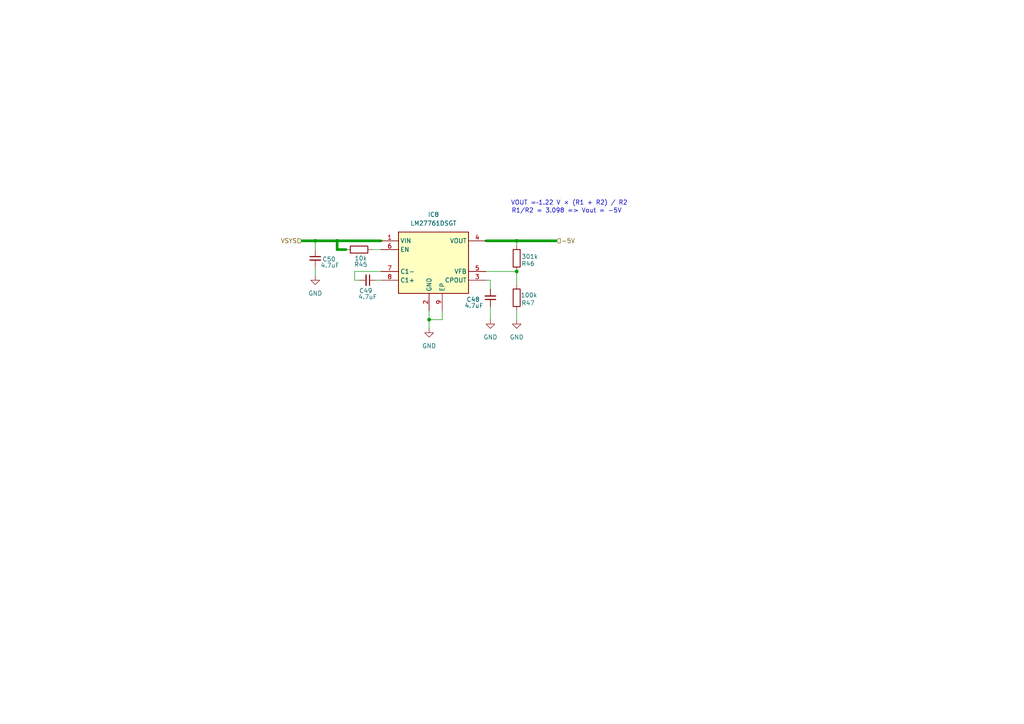
<source format=kicad_sch>
(kicad_sch (version 20250114) (generator "eeschema") (generator_version "9.0")
  (paper "A4")
  (lib_symbols
    (symbol "Device:C_Small" (pin_numbers (hide yes)) (pin_names (offset 0.254) (hide yes))
      (property "Reference" "C" (at 0.254 1.778 0))
      (property "Value" "C_Small" (at 0.254 -2.032 0))
      (symbol "C_Small_0_1"
        (polyline (pts (xy -1.524 0.508) (xy 1.524 0.508)) (stroke (width 0.3048)))
        (polyline (pts (xy -1.524 -0.508) (xy 1.524 -0.508)) (stroke (width 0.3302)))
      )
      (symbol "C_Small_1_1"
        (pin passive line (at 0 2.54 270) (length 2.032) (name "~") (number "1"))
        (pin passive line (at 0 -2.54 90) (length 2.032) (name "~") (number "2"))
      )
    )
    (symbol "Device:R" (pin_numbers (hide yes)) (pin_names (offset 0))
      (property "Reference" "R" (at 2.032 0 90))
      (property "Value" "R" (at 0 0 90))
      (symbol "R_0_1"
        (rectangle (start -1.016 -2.54) (end 1.016 2.54) (stroke (width 0.254)))
      )
      (symbol "R_1_1"
        (pin passive line (at 0 3.81 270) (length 1.27) (name "~") (number "1"))
        (pin passive line (at 0 -3.81 90) (length 1.27) (name "~") (number "2"))
      )
    )
    (symbol "LM27761DSGT:LM27761DSGT"
      (property "Reference" "IC8" (at 15.24 7.62 0))
      (property "Value" "LM27761DSGT" (at 15.24 5.08 0))
      (symbol "LM27761DSGT_1_1"
        (rectangle (start 5.08 2.54) (end 25.4 -15.24) (stroke (width 0.254)) (fill (type background)))
        (pin passive line (at 0 0 0) (length 5.08) (name "VIN") (number "1"))
        (pin passive line (at 0 -2.54 0) (length 5.08) (name "EN") (number "6"))
        (pin passive line (at 0 -8.89 0) (length 5.08) (name "C1-") (number "7"))
        (pin passive line (at 0 -11.43 0) (length 5.08) (name "C1+") (number "8"))
        (pin passive line (at 13.97 -20.32 90) (length 5.08) (name "GND") (number "2"))
        (pin passive line (at 17.78 -20.32 90) (length 5.08) (name "EP") (number "9"))
        (pin passive line (at 30.48 0 180) (length 5.08) (name "VOUT") (number "4"))
        (pin passive line (at 30.48 -8.89 180) (length 5.08) (name "VFB") (number "5"))
        (pin passive line (at 30.48 -11.43 180) (length 5.08) (name "CPOUT") (number "3"))
      )
    )
    (symbol "power:GND" (power) (pin_numbers (hide yes)) (pin_names (offset 0) (hide yes))
      (property "Value" "GND" (at 0 -3.81 0))
      (symbol "GND_0_1"
        (polyline (pts (xy 0 0) (xy 0 -1.27) (xy 1.27 -1.27) (xy 0 -2.54) (xy -1.27 -1.27) (xy 0 -1.27)))
      )
      (symbol "GND_1_1"
        (pin power_in line (at 0 0 270) (length 0) (name "~") (number "1"))
      )
    )
  )
  (text "VOUT =–1.22 V × (R1 + R2) / R2" (at 165.1 58.928 0) (effects (font (size 1.27 1.27))))
  (text "R1/R2 = 3.098 => Vout = -5V\n" (at 164.338 61.214 0) (effects (font (size 1.27 1.27))))
  (junction (at 149.86 69.85))
  (junction (at 91.44 69.85))
  (junction (at 149.86 78.74))
  (junction (at 97.79 69.85))
  (junction (at 124.46 92.71))
  (wire (pts (xy 109.22 81.28) (xy 110.49 81.28)))
  (wire (pts (xy 110.49 78.74) (xy 102.87 78.74)))
  (wire (pts (xy 124.46 92.71) (xy 124.46 95.25)))
  (wire (pts (xy 91.44 69.85) (xy 97.79 69.85)) (stroke (width 0.762)))
  (wire (pts (xy 149.86 69.85) (xy 149.86 71.12)))
  (wire (pts (xy 97.79 69.85) (xy 110.49 69.85)) (stroke (width 0.762)))
  (wire (pts (xy 149.86 69.85) (xy 161.29 69.85)) (stroke (width 0.762)))
  (wire (pts (xy 87.63 69.85) (xy 91.44 69.85)) (stroke (width 0.762)))
  (wire (pts (xy 149.86 78.74) (xy 149.86 82.55)))
  (wire (pts (xy 124.46 90.17) (xy 124.46 92.71)))
  (wire (pts (xy 107.95 72.39) (xy 110.49 72.39)))
  (wire (pts (xy 91.44 69.85) (xy 91.44 72.39)))
  (wire (pts (xy 142.24 88.9) (xy 142.24 92.71)))
  (wire (pts (xy 100.33 72.39) (xy 97.79 72.39)) (stroke (width 0.762)))
  (wire (pts (xy 128.27 90.17) (xy 128.27 92.71)))
  (wire (pts (xy 124.46 92.71) (xy 128.27 92.71)))
  (wire (pts (xy 140.97 69.85) (xy 149.86 69.85)) (stroke (width 0.762)))
  (wire (pts (xy 102.87 78.74) (xy 102.87 81.28)))
  (wire (pts (xy 102.87 81.28) (xy 104.14 81.28)))
  (wire (pts (xy 149.86 90.17) (xy 149.86 92.71)))
  (wire (pts (xy 142.24 81.28) (xy 142.24 83.82)))
  (wire (pts (xy 140.97 81.28) (xy 142.24 81.28)))
  (wire (pts (xy 140.97 78.74) (xy 149.86 78.74)))
  (wire (pts (xy 97.79 72.39) (xy 97.79 69.85)) (stroke (width 0.762)))
  (wire (pts (xy 91.44 77.47) (xy 91.44 80.01)))
  (hierarchical_label "-5V" (shape input) (at 161.29 69.85 0))
  (hierarchical_label "VSYS" (shape input) (at 87.63 69.85 180))
  (symbol (lib_id "Device:C_Small") (at 91.44 74.93 0) (unit 1)
    (property "Reference" "C50" (at 93.472 75.184 0) (effects (justify left)))
    (property "Value" "4.7uF" (at 92.964 76.962 0) (effects (justify left)))
    (property "Description" "Unpolarized capacitor, small symbol" (effects (hide yes)))
  )
  (symbol (lib_id "power:GND") (at 91.44 80.01 0) (unit 1)
    (property "Reference" "#PWR081" (effects (hide yes)))
    (property "Value" "GND" (at 91.44 85.09 0))
    (property "Description" "Power symbol creates a global label with name \"GND\" , ground" (effects (hide yes)))
  )
  (symbol (lib_id "power:GND") (at 149.86 92.71 0) (unit 1)
    (property "Reference" "#PWR080" (effects (hide yes)))
    (property "Value" "GND" (at 149.86 97.79 0))
    (property "Description" "Power symbol creates a global label with name \"GND\" , ground" (effects (hide yes)))
  )
  (symbol (lib_id "Device:C_Small") (at 142.24 86.36 180) (unit 1)
    (property "Reference" "C48" (at 139.192 86.868 0) (effects (justify left)))
    (property "Value" "4.7uF" (at 140.208 88.646 0) (effects (justify left)))
    (property "Description" "Unpolarized capacitor, small symbol" (effects (hide yes)))
  )
  (symbol (lib_id "LM27761DSGT:LM27761DSGT") (at 110.49 69.85 0) (unit 1)
    (property "Reference" "IC8" (at 125.73 62.23 0))
    (property "Value" "LM27761DSGT" (at 125.73 64.77 0))
    (property "Footprint" "SON50P200X200X80-9N" (effects (hide yes)))
    (property "Datasheet" "http://www.ti.com/general/docs/lit/getliterature.tsp?genericPartNumber=LM27761&&fileType=pdf" (effects (hide yes)))
    (property "Description" "Low-Noise Regulated Inverter with Integrated LDO" (effects (hide yes)))
    (property "Height" "0.8" (effects (hide yes)))
    (property "Mouser Part Number" "595-LM27761DSGT" (effects (hide yes)))
    (property "Mouser Price/Stock" "https://www.mouser.co.uk/ProductDetail/Texas-Instruments/LM27761DSGT?qs=jK8VN%252BJp1h5Sdnd3ViQCNQ%3D%3D" (effects (hide yes)))
    (property "Manufacturer_Name" "Texas Instruments" (effects (hide yes)))
    (property "Manufacturer_Part_Number" "LM27761DSGT" (effects (hide yes)))
  )
  (symbol (lib_id "power:GND") (at 124.46 95.25 0) (unit 1)
    (property "Reference" "#PWR078" (effects (hide yes)))
    (property "Value" "GND" (at 124.46 100.33 0))
    (property "Description" "Power symbol creates a global label with name \"GND\" , ground" (effects (hide yes)))
  )
  (symbol (lib_id "power:GND") (at 142.24 92.71 0) (unit 1)
    (property "Reference" "#PWR079" (effects (hide yes)))
    (property "Value" "GND" (at 142.24 97.79 0))
    (property "Description" "Power symbol creates a global label with name \"GND\" , ground" (effects (hide yes)))
  )
  (symbol (lib_id "Device:R") (at 149.86 86.36 0) (unit 1)
    (property "Reference" "R47" (at 153.162 87.884 0))
    (property "Value" "100k" (at 153.416 85.598 0))
    (property "Description" "Resistor" (effects (hide yes)))
  )
  (symbol (lib_id "Device:R") (at 149.86 74.93 0) (unit 1)
    (property "Reference" "R46" (at 153.162 76.454 0))
    (property "Value" "301k" (at 153.67 74.422 0))
    (property "Description" "Resistor" (effects (hide yes)))
  )
  (symbol (lib_id "Device:C_Small") (at 106.68 81.28 270) (unit 1)
    (property "Reference" "C49" (at 104.14 84.328 90) (effects (justify left)))
    (property "Value" "4.7uF" (at 103.886 86.106 90) (effects (justify left)))
    (property "Description" "Unpolarized capacitor, small symbol" (effects (hide yes)))
  )
  (symbol (lib_id "Device:R") (at 104.14 72.39 270) (unit 1)
    (property "Reference" "R45" (at 104.648 76.708 90))
    (property "Value" "10k" (at 104.648 74.93 90))
    (property "Description" "Resistor" (effects (hide yes)))
  )
)
</source>
